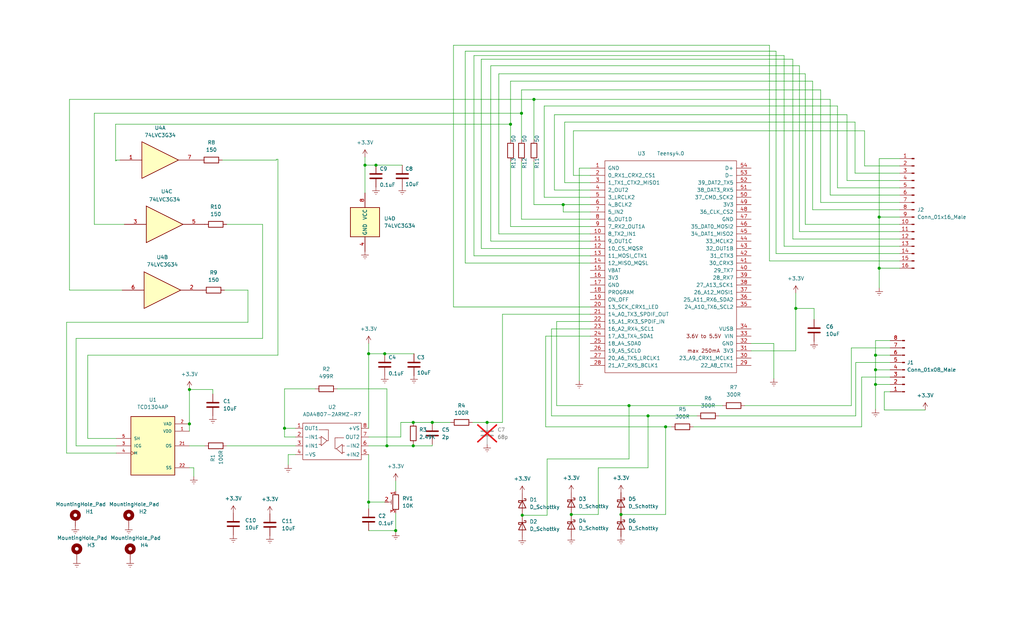
<source format=kicad_sch>
(kicad_sch (version 20231120) (generator "eeschema") (generator_version "8.0")
  (paper "USLegal")
  (title_block (title "TCD1304 All-in-One") (date "2024-12-23") (rev "2c") (company "Dr M C Nelson (c) 2023, 2024"))
  (lib_symbols
    (symbol "74xGxx:74LVC3G34"
      (property "Reference" "U" (at -2.54 7.62 0))
      (property "Value" "74LVC3G34" (at 1.27 -7.62 0))
      (symbol "74LVC3G34_1_1"
        (pin input line (at -15.24 0 0) (length 7.62) (name "~") (number "1"))
        (pin output line (at 12.7 0 180) (length 7.62) (name "~") (number "7"))
      )
      (symbol "74LVC3G34_2_1"
        (pin output line (at 12.7 0 180) (length 7.62) (name "~") (number "2"))
        (pin input line (at -15.24 0 0) (length 7.62) (name "~") (number "6"))
      )
      (symbol "74LVC3G34_3_1"
        (pin input line (at -15.24 0 0) (length 7.62) (name "~") (number "3"))
        (pin output line (at 12.7 0 180) (length 7.62) (name "~") (number "5"))
      )
      (symbol "74LVC3G34_4_1"
        (pin power_in line (at 0 -10.16 90) (length 5.08) (name "GND") (number "4"))
        (pin power_in line (at 0 10.16 270) (length 5.08) (name "VCC") (number "8"))
      )
    )
    (symbol "ADA4896-2:ADA4896-2"
      (property "Reference" "U" (at 0 5.08 0))
      (property "Value" "ADA4896-2" (at 0.508 7.874 0))
      (symbol "ADA4896-2_0_1"
        (pin output line (at -12.7 4.572 0) (length 2.54) (name "OUT1") (number "1"))
        (pin input line (at -12.7 1.524 0) (length 2.54) (name "-IN1") (number "2"))
        (pin input line (at -12.7 -1.524 0) (length 2.54) (name "+IN1") (number "3"))
        (pin power_in line (at -12.7 -4.572 0) (length 2.54) (name "-VS") (number "4"))
        (pin input line (at 12.7 -4.572 180) (length 2.54) (name "+IN2") (number "5"))
        (pin input line (at 12.7 -1.524 180) (length 2.54) (name "-IN2") (number "6"))
        (pin output line (at 12.7 1.524 180) (length 2.54) (name "OUT2") (number "7"))
        (pin power_in line (at 12.7 4.572 180) (length 2.54) (name "+VS") (number "8"))
      )
    )
    (symbol "Connector:Conn_01x08_Male" (pin_names (offset 1.016) hide)
      (property "Reference" "J" (at 0 10.16 0))
      (property "Value" "Conn_01x08_Male" (at 0 -12.7 0))
      (symbol "Conn_01x08_Male_1_1"
        (pin passive line (at 5.08 7.62 180) (length 3.81) (name "Pin_1") (number "1"))
        (pin passive line (at 5.08 5.08 180) (length 3.81) (name "Pin_2") (number "2"))
        (pin passive line (at 5.08 2.54 180) (length 3.81) (name "Pin_3") (number "3"))
        (pin passive line (at 5.08 0 180) (length 3.81) (name "Pin_4") (number "4"))
        (pin passive line (at 5.08 -2.54 180) (length 3.81) (name "Pin_5") (number "5"))
        (pin passive line (at 5.08 -5.08 180) (length 3.81) (name "Pin_6") (number "6"))
        (pin passive line (at 5.08 -7.62 180) (length 3.81) (name "Pin_7") (number "7"))
        (pin passive line (at 5.08 -10.16 180) (length 3.81) (name "Pin_8") (number "8"))
      )
    )
    (symbol "Connector:Conn_01x16_Male" (pin_names (offset 1.016) hide)
      (property "Reference" "J" (at 0 20.32 0))
      (property "Value" "Conn_01x16_Male" (at 0 -22.86 0))
      (symbol "Conn_01x16_Male_1_1"
        (pin passive line (at 5.08 17.78 180) (length 3.81) (name "Pin_1") (number "1"))
        (pin passive line (at 5.08 -5.08 180) (length 3.81) (name "Pin_10") (number "10"))
        (pin passive line (at 5.08 -7.62 180) (length 3.81) (name "Pin_11") (number "11"))
        (pin passive line (at 5.08 -10.16 180) (length 3.81) (name "Pin_12") (number "12"))
        (pin passive line (at 5.08 -12.7 180) (length 3.81) (name "Pin_13") (number "13"))
        (pin passive line (at 5.08 -15.24 180) (length 3.81) (name "Pin_14") (number "14"))
        (pin passive line (at 5.08 -17.78 180) (length 3.81) (name "Pin_15") (number "15"))
        (pin passive line (at 5.08 -20.32 180) (length 3.81) (name "Pin_16") (number "16"))
        (pin passive line (at 5.08 15.24 180) (length 3.81) (name "Pin_2") (number "2"))
        (pin passive line (at 5.08 12.7 180) (length 3.81) (name "Pin_3") (number "3"))
        (pin passive line (at 5.08 10.16 180) (length 3.81) (name "Pin_4") (number "4"))
        (pin passive line (at 5.08 7.62 180) (length 3.81) (name "Pin_5") (number "5"))
        (pin passive line (at 5.08 5.08 180) (length 3.81) (name "Pin_6") (number "6"))
        (pin passive line (at 5.08 2.54 180) (length 3.81) (name "Pin_7") (number "7"))
        (pin passive line (at 5.08 0 180) (length 3.81) (name "Pin_8") (number "8"))
        (pin passive line (at 5.08 -2.54 180) (length 3.81) (name "Pin_9") (number "9"))
      )
    )
    (symbol "D_Schottky_1" (pin_numbers hide) (pin_names (offset 1.016) hide)
      (property "Reference" "D?" (at -1.5876 2.54 90))
      (property "Value" "D_Schottky" (at 0.9524 2.54 90))
      (symbol "D_Schottky_1_1_1"
        (pin passive line (at -3.81 0 0) (length 2.54) (name "K") (number "1"))
        (pin passive line (at 3.81 0 180) (length 2.54) (name "A") (number "2"))
      )
    )
    (symbol "Device:C" (pin_numbers hide) (pin_names (offset 0.254))
      (property "Reference" "C" (at 0.635 2.54 0))
      (property "Value" "C" (at 0.635 -2.54 0))
      (symbol "C_1_1"
        (pin passive line (at 0 3.81 270) (length 2.794) (name "~") (number "1"))
        (pin passive line (at 0 -3.81 90) (length 2.794) (name "~") (number "2"))
      )
    )
    (symbol "Device:R" (pin_numbers hide) (pin_names (offset 0))
      (property "Reference" "R" (at 2.032 0 90))
      (property "Value" "R" (at 0 0 90))
      (symbol "R_1_1"
        (pin passive line (at 0 3.81 270) (length 1.27) (name "~") (number "1"))
        (pin passive line (at 0 -3.81 90) (length 1.27) (name "~") (number "2"))
      )
    )
    (symbol "Device:R_Potentiometer_Trim" (pin_names (offset 1.016) hide)
      (property "Reference" "RV" (at -4.445 0 90))
      (property "Value" "R_Potentiometer_Trim" (at -2.54 0 90))
      (symbol "R_Potentiometer_Trim_1_1"
        (pin passive line (at 0 3.81 270) (length 1.27) (name "1") (number "1"))
        (pin passive line (at 3.81 0 180) (length 1.27) (name "2") (number "2"))
        (pin passive line (at 0 -3.81 90) (length 1.27) (name "3") (number "3"))
      )
    )
    (symbol "Mechanical:MountingHole_Pad" (pin_numbers hide) (pin_names (offset 1.016) hide) (exclude_from_sim yes) (in_bom no)
      (property "Reference" "H" (at 0 6.35 0))
      (property "Value" "MountingHole_Pad" (at 0 4.445 0))
      (symbol "MountingHole_Pad_1_1"
        (pin input line (at 0 -2.54 90) (length 2.54) (name "1") (number "1"))
      )
    )
    (symbol "TCD1304AP:TCD1304AP" (pin_names (offset 1.016))
      (property "Reference" "U" (at -7.6308 10.6831 0))
      (property "Value" "TCD1304AP" (at -7.636 -12.7267 0))
      (symbol "TCD1304AP_0_0"
        (pin power_in line (at 12.7 5.08 180) (length 5.08) (name "VDD") (number "1"))
        (pin power_in line (at 12.7 7.62 180) (length 5.08) (name "VAD") (number "2"))
        (pin output line (at 12.7 0 180) (length 5.08) (name "OS") (number "21"))
        (pin power_in line (at 12.7 -7.62 180) (length 5.08) (name "SS") (number "22"))
        (pin input line (at -12.7 0 0) (length 5.08) (name "ICG") (number "3"))
        (pin input clock (at -12.7 -2.54 0) (length 5.08) (name "M") (number "4"))
        (pin input line (at -12.7 2.54 0) (length 5.08) (name "SH") (number "5"))
      )
    )
    (symbol "Teensy:Teensy4.0" (pin_names (offset 1.016))
      (property "Reference" "U" (at 0 39.37 0))
      (property "Value" "Teensy4.0" (at 0 -39.37 0))
      (symbol "Teensy4.0_0_0"
        (text "3.6V to 5.5V" (at 11.43 -24.13 0) (effects (font (size 1.27 1.27))))
        (text "max 250mA" (at 11.43 -29.21 0) (effects (font (size 1.27 1.27))))
        (pin bidirectional line (at -27.94 11.43 0) (length 5.08) (name "8_TX2_IN1") (number "10"))
        (pin bidirectional line (at -27.94 8.89 0) (length 5.08) (name "9_OUT1C") (number "11"))
        (pin bidirectional line (at -27.94 6.35 0) (length 5.08) (name "10_CS_MQSR") (number "12"))
        (pin bidirectional line (at -27.94 3.81 0) (length 5.08) (name "11_MOSI_CTX1") (number "13"))
        (pin bidirectional line (at -27.94 1.27 0) (length 5.08) (name "12_MISO_MQSL") (number "14"))
        (pin power_in line (at -27.94 -1.27 0) (length 5.08) (name "VBAT") (number "15"))
        (pin power_in line (at -27.94 -3.81 0) (length 5.08) (name "3V3") (number "16"))
        (pin power_in line (at -27.94 -6.35 0) (length 5.08) (name "GND") (number "17"))
        (pin input line (at -27.94 -8.89 0) (length 5.08) (name "PROGRAM") (number "18"))
        (pin input line (at -27.94 -11.43 0) (length 5.08) (name "ON_OFF") (number "19"))
        (pin bidirectional line (at -27.94 -13.97 0) (length 5.08) (name "13_SCK_CRX1_LED") (number "20"))
        (pin bidirectional line (at -27.94 -16.51 0) (length 5.08) (name "14_A0_TX3_SPDIF_OUT") (number "21"))
        (pin bidirectional line (at -27.94 -19.05 0) (length 5.08) (name "15_A1_RX3_SPDIF_IN") (number "22"))
        (pin bidirectional line (at -27.94 -21.59 0) (length 5.08) (name "16_A2_RX4_SCL1") (number "23"))
        (pin bidirectional line (at -27.94 -24.13 0) (length 5.08) (name "17_A3_TX4_SDA1") (number "24"))
        (pin bidirectional line (at -27.94 -26.67 0) (length 5.08) (name "18_A4_SDA0") (number "25"))
        (pin bidirectional line (at -27.94 -29.21 0) (length 5.08) (name "19_A5_SCL0") (number "26"))
        (pin bidirectional line (at -27.94 -31.75 0) (length 5.08) (name "20_A6_TX5_LRCLK1") (number "27"))
        (pin bidirectional line (at -27.94 -34.29 0) (length 5.08) (name "21_A7_RX5_BCLK1") (number "28"))
        (pin bidirectional line (at 27.94 -34.29 180) (length 5.08) (name "22_A8_CTX1") (number "29"))
        (pin bidirectional line (at 27.94 -31.75 180) (length 5.08) (name "23_A9_CRX1_MCLK1") (number "30"))
        (pin power_out line (at 27.94 -29.21 180) (length 5.08) (name "3V3") (number "31"))
        (pin power_in line (at 27.94 -26.67 180) (length 5.08) (name "GND") (number "32"))
        (pin power_in line (at 27.94 -24.13 180) (length 5.08) (name "VIN") (number "33"))
        (pin power_out line (at 27.94 -21.59 180) (length 5.08) (name "VUSB") (number "34"))
        (pin bidirectional line (at 27.94 -13.97 180) (length 5.08) (name "24_A10_TX6_SCL2") (number "35"))
        (pin bidirectional line (at 27.94 -11.43 180) (length 5.08) (name "25_A11_RX6_SDA2") (number "36"))
        (pin bidirectional line (at 27.94 -8.89 180) (length 5.08) (name "26_A12_MOSI1") (number "37"))
        (pin bidirectional line (at 27.94 -6.35 180) (length 5.08) (name "27_A13_SCK1") (number "38"))
        (pin bidirectional line (at 27.94 -3.81 180) (length 5.08) (name "28_RX7") (number "39"))
        (pin bidirectional line (at 27.94 -1.27 180) (length 5.08) (name "29_TX7") (number "40"))
        (pin bidirectional line (at 27.94 1.27 180) (length 5.08) (name "30_CRX3") (number "41"))
        (pin bidirectional line (at 27.94 3.81 180) (length 5.08) (name "31_CTX3") (number "42"))
        (pin bidirectional line (at 27.94 6.35 180) (length 5.08) (name "32_OUT1B") (number "43"))
        (pin bidirectional line (at 27.94 8.89 180) (length 5.08) (name "33_MCLK2") (number "44"))
        (pin bidirectional line (at 27.94 11.43 180) (length 5.08) (name "34_DAT1_MISO2") (number "45"))
        (pin bidirectional line (at 27.94 13.97 180) (length 5.08) (name "35_DAT0_MOSI2") (number "46"))
        (pin power_out line (at 27.94 16.51 180) (length 5.08) (name "GND") (number "47"))
        (pin bidirectional line (at 27.94 19.05 180) (length 5.08) (name "36_CLK_CS2") (number "48"))
        (pin power_out line (at 27.94 21.59 180) (length 5.08) (name "3V3") (number "49"))
        (pin bidirectional line (at -27.94 24.13 0) (length 5.08) (name "3_LRCLK2") (number "5"))
        (pin bidirectional line (at 27.94 24.13 180) (length 5.08) (name "37_CMD_SCK2") (number "50"))
        (pin bidirectional line (at 27.94 26.67 180) (length 5.08) (name "38_DAT3_RX5") (number "51"))
        (pin bidirectional line (at 27.94 29.21 180) (length 5.08) (name "39_DAT2_TX5") (number "52"))
        (pin bidirectional line (at 27.94 31.75 180) (length 5.08) (name "D-") (number "53"))
        (pin bidirectional line (at 27.94 34.29 180) (length 5.08) (name "D+") (number "54"))
        (pin bidirectional line (at -27.94 21.59 0) (length 5.08) (name "4_BCLK2") (number "6"))
        (pin bidirectional line (at -27.94 19.05 0) (length 5.08) (name "5_IN2") (number "7"))
        (pin bidirectional line (at -27.94 16.51 0) (length 5.08) (name "6_OUT1D") (number "8"))
        (pin bidirectional line (at -27.94 13.97 0) (length 5.08) (name "7_RX2_OUT1A") (number "9"))
      )
      (symbol "Teensy4.0_1_1"
        (pin power_in line (at -27.94 34.29 0) (length 5.08) (name "GND") (number "1"))
        (pin bidirectional line (at -27.94 31.75 0) (length 5.08) (name "0_RX1_CRX2_CS1") (number "2"))
        (pin bidirectional line (at -27.94 29.21 0) (length 5.08) (name "1_TX1_CTX2_MISO1") (number "3"))
        (pin bidirectional line (at -27.94 26.67 0) (length 5.08) (name "2_OUT2") (number "4"))
      )
    )
    (symbol "power:+3.3V" (power) (pin_names (offset 0))
      (property "Value" "+3.3V" (at 0 3.556 0))
      (symbol "+3.3V_1_1"
        (pin power_in line (at 0 0 90) (length 0) hide (name "+3.3V") (number "1"))
      )
    )
    (symbol "power:Earth" (power) (pin_names (offset 0))
      (symbol "Earth_1_1"
        (pin power_in line (at 0 0 270) (length 0) hide (name "Earth") (number "1"))
      )
    )
  )
  (junction (at 143.51 146.812))
  (junction (at 304.038 123.444))
  (junction (at 177.292 43.18))
  (junction (at 169.164 146.812))
  (junction (at 305.308 75.438))
  (junction (at 276.352 107.188))
  (junction (at 128.016 174.498))
  (junction (at 133.604 122.936))
  (junction (at 195.58 71.12))
  (junction (at 181.356 179.07))
  (junction (at 225.044 144.526))
  (junction (at 198.374 178.816))
  (junction (at 218.44 140.97))
  (junction (at 150.114 146.812))
  (junction (at 304.038 133.604))
  (junction (at 98.806 148.844))
  (junction (at 130.556 57.404))
  (junction (at 126.746 57.404))
  (junction (at 134.366 154.94))
  (junction (at 181.102 39.37))
  (junction (at 215.646 178.816))
  (junction (at 143.51 154.94))
  (junction (at 128.016 122.936))
  (junction (at 65.786 135.382))
  (junction (at 185.42 34.544))
  (junction (at 231.14 148.336))
  (junction (at 305.308 93.218))
  (junction (at 137.414 184.404))
  (junction (at 65.786 147.32))
  (junction (at 304.038 128.524))
  (wire (pts (xy 277.622 80.518) (xy 312.42 80.518)))
  (wire (pts (xy 67.31 162.56) (xy 67.31 165.608)))
  (wire (pts (xy 164.084 146.812) (xy 169.164 146.812)))
  (wire (pts (xy 100.076 161.544) (xy 100.076 157.988)))
  (wire (pts (xy 198.374 178.816) (xy 207.772 178.816)))
  (wire (pts (xy 312.42 85.598) (xy 272.288 85.598)))
  (wire (pts (xy 304.038 118.364) (xy 309.118 118.364)))
  (wire (pts (xy 304.038 123.444) (xy 309.118 123.444)))
  (wire (pts (xy 134.366 154.94) (xy 128.016 154.94)))
  (wire (pts (xy 260.858 121.92) (xy 276.352 121.92)))
  (wire (pts (xy 312.42 65.278) (xy 290.83 65.278)))
  (wire (pts (xy 189.992 159.512) (xy 189.992 179.07)))
  (wire (pts (xy 294.132 39.878) (xy 294.132 62.738)))
  (wire (pts (xy 102.616 154.94) (xy 78.74 154.94)))
  (wire (pts (xy 40.386 157.48) (xy 23.114 157.48)))
  (wire (pts (xy 290.83 65.278) (xy 290.83 36.83)))
  (wire (pts (xy 249.682 144.526) (xy 297.18 144.526)))
  (wire (pts (xy 65.786 135.128) (xy 65.786 135.382)))
  (wire (pts (xy 128.016 174.498) (xy 128.016 157.988)))
  (wire (pts (xy 231.14 148.336) (xy 189.484 148.336)))
  (wire (pts (xy 204.978 88.9) (xy 164.592 88.9)))
  (wire (pts (xy 204.978 66.04) (xy 192.532 66.04)))
  (wire (pts (xy 181.102 56.134) (xy 181.102 76.2)))
  (wire (pts (xy 305.308 75.438) (xy 305.308 93.218)))
  (wire (pts (xy 297.18 144.526) (xy 297.18 125.984)))
  (wire (pts (xy 279.654 25.654) (xy 279.654 77.978)))
  (wire (pts (xy 204.978 76.2) (xy 181.102 76.2)))
  (wire (pts (xy 196.088 63.5) (xy 204.978 63.5)))
  (wire (pts (xy 276.352 107.188) (xy 276.352 101.854)))
  (wire (pts (xy 312.42 88.138) (xy 269.494 88.138)))
  (wire (pts (xy 150.114 154.94) (xy 150.114 154.432)))
  (wire (pts (xy 275.336 20.574) (xy 167.132 20.574)))
  (wire (pts (xy 73.914 136.906) (xy 73.914 135.382)))
  (wire (pts (xy 204.978 114.3) (xy 191.516 114.3)))
  (wire (pts (xy 169.164 146.812) (xy 174.498 146.812)))
  (wire (pts (xy 296.926 60.198) (xy 296.926 42.418)))
  (wire (pts (xy 312.42 55.118) (xy 305.308 55.118)))
  (wire (pts (xy 181.102 31.242) (xy 284.988 31.242)))
  (wire (pts (xy 98.806 135.128) (xy 98.806 148.844)))
  (wire (pts (xy 189.484 116.84) (xy 204.978 116.84)))
  (wire (pts (xy 40.386 55.88) (xy 40.386 55.626)))
  (wire (pts (xy 299.212 148.336) (xy 240.792 148.336)))
  (wire (pts (xy 305.308 55.118) (xy 305.308 75.438)))
  (wire (pts (xy 282.194 72.898) (xy 282.194 28.194)))
  (wire (pts (xy 267.208 15.748) (xy 267.208 90.678)))
  (wire (pts (xy 294.132 62.738) (xy 312.42 62.738)))
  (wire (pts (xy 65.786 147.32) (xy 65.786 149.86)))
  (wire (pts (xy 215.646 178.816) (xy 231.14 178.816)))
  (wire (pts (xy 133.604 174.498) (xy 128.016 174.498)))
  (wire (pts (xy 304.038 128.524) (xy 304.038 123.444)))
  (wire (pts (xy 164.592 19.304) (xy 164.592 88.9)))
  (wire (pts (xy 277.622 22.86) (xy 277.622 80.518)))
  (wire (pts (xy 96.012 55.372) (xy 96.012 55.626)))
  (wire (pts (xy 170.434 83.82) (xy 170.434 22.86)))
  (wire (pts (xy 139.192 146.812) (xy 143.51 146.812)))
  (wire (pts (xy 312.42 90.678) (xy 267.208 90.678)))
  (wire (pts (xy 161.544 17.78) (xy 269.494 17.78)))
  (wire (pts (xy 305.308 93.218) (xy 312.42 93.218)))
  (wire (pts (xy 275.336 20.574) (xy 275.336 83.058)))
  (wire (pts (xy 98.806 151.892) (xy 98.806 148.844)))
  (wire (pts (xy 204.978 81.28) (xy 173.228 81.28)))
  (wire (pts (xy 26.416 117.602) (xy 26.416 154.94)))
  (wire (pts (xy 304.038 133.604) (xy 309.118 133.604)))
  (wire (pts (xy 300.228 57.658) (xy 312.42 57.658)))
  (wire (pts (xy 102.616 151.892) (xy 98.806 151.892)))
  (wire (pts (xy 24.13 34.544) (xy 185.42 34.544)))
  (wire (pts (xy 288.29 67.818) (xy 312.42 67.818)))
  (wire (pts (xy 304.038 128.524) (xy 309.118 128.524)))
  (wire (pts (xy 30.48 123.444) (xy 30.48 152.4)))
  (wire (pts (xy 297.18 125.984) (xy 309.118 125.984)))
  (wire (pts (xy 32.766 39.37) (xy 32.766 77.978)))
  (wire (pts (xy 307.086 142.494) (xy 321.31 142.494)))
  (wire (pts (xy 86.106 112.014) (xy 23.114 112.014)))
  (wire (pts (xy 167.132 20.574) (xy 167.132 86.36)))
  (wire (pts (xy 188.976 68.58) (xy 204.978 68.58)))
  (wire (pts (xy 128.016 122.936) (xy 128.016 148.844)))
  (wire (pts (xy 96.52 123.444) (xy 30.48 123.444)))
  (wire (pts (xy 126.746 54.61) (xy 126.746 57.404)))
  (wire (pts (xy 272.288 19.304) (xy 164.592 19.304)))
  (wire (pts (xy 295.656 140.97) (xy 258.572 140.97)))
  (wire (pts (xy 181.102 39.37) (xy 181.102 48.514)))
  (wire (pts (xy 177.292 28.194) (xy 177.292 43.18)))
  (wire (pts (xy 295.656 120.904) (xy 295.656 140.97)))
  (wire (pts (xy 167.132 86.36) (xy 204.978 86.36)))
  (wire (pts (xy 282.702 107.188) (xy 276.352 107.188)))
  (wire (pts (xy 191.516 144.526) (xy 225.044 144.526)))
  (wire (pts (xy 177.292 43.18) (xy 177.292 48.514)))
  (wire (pts (xy 177.292 78.74) (xy 204.978 78.74)))
  (wire (pts (xy 304.038 133.604) (xy 304.038 128.524)))
  (wire (pts (xy 91.186 77.978) (xy 91.186 117.602)))
  (wire (pts (xy 40.132 55.88) (xy 40.386 55.88)))
  (wire (pts (xy 192.532 39.878) (xy 294.132 39.878)))
  (wire (pts (xy 185.42 56.134) (xy 185.42 71.12)))
  (wire (pts (xy 42.418 100.838) (xy 24.13 100.838)))
  (wire (pts (xy 199.136 60.96) (xy 199.136 45.466)))
  (wire (pts (xy 137.414 178.308) (xy 137.414 184.404)))
  (wire (pts (xy 40.386 55.626) (xy 41.656 55.626)))
  (wire (pts (xy 77.978 100.838) (xy 86.106 100.838)))
  (wire (pts (xy 30.48 152.4) (xy 40.386 152.4)))
  (wire (pts (xy 134.366 135.128) (xy 134.366 154.94)))
  (wire (pts (xy 185.42 34.544) (xy 185.42 48.514)))
  (wire (pts (xy 143.51 154.432) (xy 143.51 154.94)))
  (wire (pts (xy 268.732 119.38) (xy 268.732 131.572)))
  (wire (pts (xy 91.186 77.978) (xy 78.74 77.978)))
  (wire (pts (xy 177.292 56.134) (xy 177.292 78.74)))
  (wire (pts (xy 272.288 19.304) (xy 272.288 85.598)))
  (wire (pts (xy 204.978 83.82) (xy 170.434 83.82)))
  (wire (pts (xy 43.18 77.978) (xy 32.766 77.978)))
  (wire (pts (xy 288.29 34.544) (xy 288.29 67.818)))
  (wire (pts (xy 143.764 122.936) (xy 133.604 122.936)))
  (wire (pts (xy 193.294 140.97) (xy 193.294 111.76)))
  (wire (pts (xy 312.42 72.898) (xy 282.194 72.898)))
  (wire (pts (xy 26.416 154.94) (xy 40.386 154.94)))
  (wire (pts (xy 137.414 184.404) (xy 137.414 184.912)))
  (wire (pts (xy 193.294 111.76) (xy 204.978 111.76)))
  (wire (pts (xy 117.094 135.128) (xy 134.366 135.128)))
  (wire (pts (xy 181.102 39.37) (xy 181.102 31.242)))
  (wire (pts (xy 296.926 42.418) (xy 196.088 42.418)))
  (wire (pts (xy 130.556 57.404) (xy 139.7 57.404)))
  (wire (pts (xy 65.786 154.94) (xy 71.12 154.94)))
  (wire (pts (xy 196.088 42.418) (xy 196.088 63.5)))
  (wire (pts (xy 290.83 36.83) (xy 188.976 36.83)))
  (wire (pts (xy 312.42 60.198) (xy 296.926 60.198)))
  (wire (pts (xy 143.51 154.94) (xy 150.114 154.94)))
  (wire (pts (xy 23.114 112.014) (xy 23.114 157.48)))
  (wire (pts (xy 126.746 57.404) (xy 130.556 57.404)))
  (wire (pts (xy 128.016 184.404) (xy 137.414 184.404)))
  (wire (pts (xy 305.308 93.218) (xy 305.308 100.076)))
  (wire (pts (xy 161.544 91.44) (xy 161.544 17.78)))
  (wire (pts (xy 32.766 39.37) (xy 181.102 39.37)))
  (wire (pts (xy 188.976 36.83) (xy 188.976 68.58)))
  (wire (pts (xy 225.044 162.56) (xy 207.772 162.56)))
  (wire (pts (xy 96.52 55.372) (xy 96.52 123.444)))
  (wire (pts (xy 204.978 71.12) (xy 195.58 71.12)))
  (wire (pts (xy 307.086 136.144) (xy 307.086 142.494)))
  (wire (pts (xy 195.58 71.12) (xy 195.58 73.66)))
  (wire (pts (xy 96.012 55.626) (xy 77.216 55.626)))
  (wire (pts (xy 199.136 45.466) (xy 300.228 45.466)))
  (wire (pts (xy 300.228 45.466) (xy 300.228 57.658)))
  (wire (pts (xy 204.978 91.44) (xy 161.544 91.44)))
  (wire (pts (xy 65.786 162.56) (xy 67.31 162.56)))
  (wire (pts (xy 195.58 73.66) (xy 204.978 73.66)))
  (wire (pts (xy 150.114 146.812) (xy 156.464 146.812)))
  (wire (pts (xy 282.702 107.188) (xy 282.702 110.998)))
  (wire (pts (xy 225.044 144.526) (xy 242.062 144.526)))
  (wire (pts (xy 207.772 162.56) (xy 207.772 178.816)))
  (wire (pts (xy 86.106 100.838) (xy 86.106 112.014)))
  (wire (pts (xy 143.51 146.812) (xy 150.114 146.812)))
  (wire (pts (xy 282.194 28.194) (xy 177.292 28.194)))
  (wire (pts (xy 279.654 77.978) (xy 312.42 77.978)))
  (wire (pts (xy 304.038 133.604) (xy 304.038 142.24)))
  (wire (pts (xy 174.498 146.812) (xy 174.498 109.22)))
  (wire (pts (xy 309.118 136.144) (xy 307.086 136.144)))
  (wire (pts (xy 139.192 151.892) (xy 139.192 146.812)))
  (wire (pts (xy 157.48 106.68) (xy 204.978 106.68)))
  (wire (pts (xy 109.474 135.128) (xy 98.806 135.128)))
  (wire (pts (xy 193.294 140.97) (xy 218.44 140.97)))
  (wire (pts (xy 173.228 25.654) (xy 279.654 25.654)))
  (wire (pts (xy 26.416 117.602) (xy 91.186 117.602)))
  (wire (pts (xy 218.44 140.97) (xy 218.44 159.512)))
  (wire (pts (xy 299.212 131.064) (xy 309.118 131.064)))
  (wire (pts (xy 233.172 148.336) (xy 231.14 148.336)))
  (wire (pts (xy 181.356 179.07) (xy 189.992 179.07)))
  (wire (pts (xy 284.988 31.242) (xy 284.988 70.358)))
  (wire (pts (xy 174.498 109.22) (xy 204.978 109.22)))
  (wire (pts (xy 204.978 60.96) (xy 199.136 60.96)))
  (wire (pts (xy 260.858 119.38) (xy 268.732 119.38)))
  (wire (pts (xy 299.212 131.064) (xy 299.212 148.336)))
  (wire (pts (xy 128.016 174.498) (xy 128.016 176.784)))
  (wire (pts (xy 250.952 140.97) (xy 218.44 140.97)))
  (wire (pts (xy 191.516 114.3) (xy 191.516 144.526)))
  (wire (pts (xy 40.132 43.18) (xy 177.292 43.18)))
  (wire (pts (xy 24.13 34.544) (xy 24.13 100.838)))
  (wire (pts (xy 192.532 66.04) (xy 192.532 39.878)))
  (wire (pts (xy 157.48 15.748) (xy 267.208 15.748)))
  (wire (pts (xy 170.434 22.86) (xy 277.622 22.86)))
  (wire (pts (xy 128.016 119.38) (xy 128.016 122.936)))
  (wire (pts (xy 73.914 135.382) (xy 65.786 135.382)))
  (wire (pts (xy 276.352 121.92) (xy 276.352 107.188)))
  (wire (pts (xy 231.14 148.336) (xy 231.14 178.816)))
  (wire (pts (xy 128.016 151.892) (xy 139.192 151.892)))
  (wire (pts (xy 309.118 120.904) (xy 295.656 120.904)))
  (wire (pts (xy 157.48 106.68) (xy 157.48 15.748)))
  (wire (pts (xy 201.168 132.334) (xy 201.168 58.42)))
  (wire (pts (xy 185.42 71.12) (xy 195.58 71.12)))
  (wire (pts (xy 189.992 159.512) (xy 218.44 159.512)))
  (wire (pts (xy 65.786 135.382) (xy 65.786 147.32)))
  (wire (pts (xy 201.168 58.42) (xy 204.978 58.42)))
  (wire (pts (xy 275.336 83.058) (xy 312.42 83.058)))
  (wire (pts (xy 40.132 43.18) (xy 40.132 55.88)))
  (wire (pts (xy 98.806 148.844) (xy 102.616 148.844)))
  (wire (pts (xy 269.494 17.78) (xy 269.494 88.138)))
  (wire (pts (xy 128.016 122.936) (xy 133.604 122.936)))
  (wire (pts (xy 284.988 70.358) (xy 312.42 70.358)))
  (wire (pts (xy 137.414 167.132) (xy 137.414 170.688)))
  (wire (pts (xy 126.746 57.404) (xy 126.746 67.056)))
  (wire (pts (xy 225.044 144.526) (xy 225.044 162.56)))
  (wire (pts (xy 189.484 148.336) (xy 189.484 116.84)))
  (wire (pts (xy 305.308 75.438) (xy 312.42 75.438)))
  (wire (pts (xy 134.366 154.94) (xy 143.51 154.94)))
  (wire (pts (xy 185.42 34.544) (xy 288.29 34.544)))
  (wire (pts (xy 304.038 123.444) (xy 304.038 118.364)))
  (wire (pts (xy 173.228 81.28) (xy 173.228 25.654)))
  (wire (pts (xy 100.076 157.988) (xy 102.616 157.988)))
  (wire (pts (xy 96.012 55.372) (xy 96.52 55.372)))
  (symbol (lib_id "power:Earth") (at 305.308 100.076 0) (mirror y) (unit 1)
    (property "Reference" "#PWR020" (effects (hide yes)))
    (property "Value" "Earth" (effects (hide yes)))
  )
  (symbol (lib_id "Mechanical:MountingHole_Pad") (at 26.67 192.024 0) (unit 1) (exclude_from_sim yes) (in_bom no)
    (property "Reference" "H3" (at 30.226 189.4839 0) (effects (justify left)))
    (property "Value" "MountingHole_Pad" (at 19.812 186.944 0) (effects (justify left)))
    (property "Footprint" "MountingHole:MountingHole_3.2mm_M3_DIN965_Pad" (effects (hide yes)))
    (property "Description" "Mounting Hole with connection" (effects (hide yes)))
  )
  (symbol (lib_id "power:+3.3V") (at 93.726 178.562 0) (unit 1)
    (property "Reference" "#PWR033" (effects (hide yes)))
    (property "Value" "+3.3V" (at 93.726 173.482 0))
  )
  (symbol (lib_id "Device:R") (at 74.93 154.94 90) (unit 1)
    (property "Reference" "R1" (at 73.914 160.528 0) (effects (justify left)))
    (property "Value" "100R" (at 76.708 161.544 0) (effects (justify left)))
    (property "Footprint" "Resistor_SMD:R_0603_1608Metric" (effects (hide yes)))
    (property "Description" "RES 100 OHM 1% 1/8W 0603" (effects (hide yes)))
    (property "Digikey" "2019-RK73H1JTTD1000FCT-ND" (effects (hide yes)))
  )
  (symbol (lib_id "ADA4896-2:ADA4896-2") (at 115.316 153.416 0) (unit 1)
    (property "Reference" "U2" (at 115.316 141.478 0))
    (property "Value" "ADA4807-2ARMZ-R7" (at 115.316 144.018 0))
    (property "Footprint" "Package_SO:MSOP-8_3x3mm_P0.65mm" (effects (hide yes)))
    (property "Description" "IC VOLTAGE FEEDBACK 2 CIRC 8MSOP" (effects (hide yes)))
    (property "Digikey" "ADA4807-2ARMZ-R7CT-ND" (effects (hide yes)))
  )
  (symbol (lib_id "74xGxx:74LVC3G34") (at 57.658 100.838 0) (unit 2)
    (property "Reference" "U4" (at 56.388 89.408 0))
    (property "Value" "74LVC3G34" (at 56.388 91.948 0))
    (property "Footprint" "Package_SO:TSSOP-8_4.4x3mm_P0.65mm" (effects (hide yes)))
    (property "Datasheet" "http://www.ti.com/lit/sg/scyt129e/scyt129e.pdf" (effects (hide yes)))
    (property "Description" "Triple Buffer, Low-Voltage CMOS" (effects (hide yes)))
    (property "Digikey" "1727-6685-1-ND" (effects (hide yes)))
  )
  (symbol (lib_id "Device:C") (at 282.702 114.808 0) (unit 1)
    (property "Reference" "C6" (at 286.766 113.5379 0) (effects (justify left)))
    (property "Value" "10uF" (at 286.766 116.0779 0) (effects (justify left)))
    (property "Footprint" "Capacitor_SMD:C_0603_1608Metric" (effects (hide yes)))
    (property "Description" "CAP CER 10UF 16V X5R 0603" (effects (hide yes)))
    (property "Digikey" "490-12317-1-ND" (effects (hide yes)))
  )
  (symbol (lib_id "Device:R") (at 113.284 135.128 90) (unit 1)
    (property "Reference" "R2" (at 113.284 128.27 90))
    (property "Value" "499R" (at 113.284 130.81 90))
    (property "Footprint" "Resistor_SMD:R_0603_1608Metric" (effects (hide yes)))
    (property "Description" "RES 499 OHM 1% 1/8W 0603" (effects (hide yes)))
    (property "Digikey" "2019-RK73H1JTTD4990FCT-ND" (effects (hide yes)))
  )
  (symbol (lib_id "power:Earth") (at 201.168 132.334 0) (mirror y) (unit 1)
    (property "Reference" "#PWR013" (effects (hide yes)))
    (property "Value" "Earth" (effects (hide yes)))
  )
  (symbol (lib_id "Device:C") (at 73.914 140.716 0) (unit 1)
    (property "Reference" "C1" (at 77.47 139.4459 0) (effects (justify left)))
    (property "Value" "10uF" (at 77.47 141.9859 0) (effects (justify left)))
    (property "Footprint" "Capacitor_SMD:C_0603_1608Metric" (effects (hide yes)))
    (property "Description" "CAP CER 10UF 16V X5R 0603" (effects (hide yes)))
    (property "Digikey" "490-12317-1-ND" (effects (hide yes)))
  )
  (symbol (lib_id "power:Earth") (at 137.414 184.912 0) (mirror y) (unit 1)
    (property "Reference" "#PWR08" (effects (hide yes)))
    (property "Value" "Earth" (effects (hide yes)))
  )
  (symbol (lib_id "Mechanical:MountingHole_Pad") (at 44.704 180.34 0) (unit 1) (exclude_from_sim yes) (in_bom no)
    (property "Reference" "H2" (at 48.26 177.7999 0) (effects (justify left)))
    (property "Value" "MountingHole_Pad" (at 37.846 175.26 0) (effects (justify left)))
    (property "Footprint" "MountingHole:MountingHole_3.2mm_M3_DIN965_Pad" (effects (hide yes)))
    (property "Description" "Mounting Hole with connection" (effects (hide yes)))
  )
  (symbol (lib_id "Device:C") (at 169.164 150.622 0) (unit 1) (dnp yes)
    (property "Reference" "C7" (at 172.72 149.3519 0) (effects (justify left)))
    (property "Value" "68p" (at 172.72 151.8919 0) (effects (justify left)))
    (property "Footprint" "Capacitor_SMD:C_0603_1608Metric" (effects (hide yes)))
    (property "Description" "CAP CER 68PF 50V C0G/NP0 0603" (effects (hide yes)))
    (property "Digikey" "1276-1135-1-ND" (effects (hide yes)))
  )
  (symbol (lib_id "Device:C") (at 139.7 61.214 0) (unit 1)
    (property "Reference" "C8" (at 140.716 58.674 0) (effects (justify left)))
    (property "Value" "10uF" (at 140.716 64.008 0) (effects (justify left)))
    (property "Footprint" "Capacitor_SMD:C_0603_1608Metric" (effects (hide yes)))
    (property "Description" "CAP CER 10UF 16V X5R 0603" (effects (hide yes)))
    (property "Digikey" "490-12317-1-ND" (effects (hide yes)))
  )
  (symbol (lib_id "Device:R_Potentiometer_Trim") (at 137.414 174.498 0) (mirror y) (unit 1)
    (property "Reference" "RV1" (at 139.7 173.2279 0) (effects (justify right)))
    (property "Value" "10K" (at 139.7 175.7679 0) (effects (justify right)))
    (property "Footprint" "BournsTrimPot_3296W-1-502LF:TRIM_3296W-1-502LF" (effects (hide yes)))
    (property "Description" "TRIMMER 10K OHM 0.5W PC PIN TOP" (effects (hide yes)))
    (property "Digikey" "3296W-103LF-ND" (effects (hide yes)))
  )
  (symbol (lib_name "D_Schottky_1") (lib_id "Device:D_Schottky") (at 181.356 175.26 270) (unit 1)
    (property "Reference" "D1" (at 183.896 173.6724 90) (effects (justify left)))
    (property "Value" "D_Schottky" (at 183.896 176.2124 90) (effects (justify left)))
    (property "Footprint" "Diode_SMD:D_SOD-323" (effects (hide yes)))
    (property "Description" "DIODE SCHOTTKY 30V 200MA USC" (effects (hide yes)))
    (property "Digikey" "CUS520H3FCT-ND" (effects (hide yes)))
  )
  (symbol (lib_id "power:Earth") (at 181.356 186.69 0) (mirror y) (unit 1)
    (property "Reference" "#PWR010" (effects (hide yes)))
    (property "Value" "Earth" (effects (hide yes)))
  )
  (symbol (lib_id "74xGxx:74LVC3G34") (at 126.746 77.216 0) (unit 4)
    (property "Reference" "U4" (at 133.35 75.9459 0) (effects (justify left)))
    (property "Value" "74LVC3G34" (at 133.35 78.4859 0) (effects (justify left)))
    (property "Footprint" "Package_SO:TSSOP-8_4.4x3mm_P0.65mm" (effects (hide yes)))
    (property "Datasheet" "http://www.ti.com/lit/sg/scyt129e/scyt129e.pdf" (effects (hide yes)))
    (property "Description" "Triple Buffer, Low-Voltage CMOS" (effects (hide yes)))
    (property "Digikey" "1727-6685-1-ND" (effects (hide yes)))
  )
  (symbol (lib_id "power:Earth") (at 93.726 186.182 0) (mirror y) (unit 1)
    (property "Reference" "#PWR034" (effects (hide yes)))
    (property "Value" "Earth" (effects (hide yes)))
  )
  (symbol (lib_id "power:+3.3V") (at 215.646 171.196 0) (unit 1)
    (property "Reference" "#PWR014" (effects (hide yes)))
    (property "Value" "+3.3V" (at 215.646 166.116 0))
  )
  (symbol (lib_id "Device:R") (at 181.102 52.324 0) (unit 1)
    (property "Reference" "R12" (at 182.118 58.674 90) (effects (justify left)))
    (property "Value" "50" (at 182.118 49.53 90) (effects (justify left)))
    (property "Footprint" "Resistor_SMD:R_0603_1608Metric_Pad0.98x0.95mm_HandSolder" (effects (hide yes)))
    (property "Description" "RES 49.9 OHM 1% 1/4W 0603" (effects (hide yes)))
    (property "Digikey" "541-2784-1-ND" (effects (hide yes)))
  )
  (symbol (lib_id "Connector:Conn_01x16_Male") (at 317.5 72.898 0) (mirror y) (unit 1)
    (property "Reference" "J2" (at 318.516 72.8979 0) (effects (justify right)))
    (property "Value" "Conn_01x16_Male" (at 318.516 75.4379 0) (effects (justify right)))
    (property "Footprint" "Connector_PinHeader_2.54mm:PinHeader_1x16_P2.54mm_Vertical" (effects (hide yes)))
    (property "Description" "CONN HEADER VERT 16POS 2.54MM" (effects (hide yes)))
    (property "Digikey" "3M156268-16-ND" (effects (hide yes)))
  )
  (symbol (lib_id "Mechanical:MountingHole_Pad") (at 45.212 192.024 0) (unit 1) (exclude_from_sim yes) (in_bom no)
    (property "Reference" "H4" (at 48.768 189.4839 0) (effects (justify left)))
    (property "Value" "MountingHole_Pad" (at 38.354 186.944 0) (effects (justify left)))
    (property "Footprint" "MountingHole:MountingHole_3.2mm_M3_DIN965_Pad" (effects (hide yes)))
    (property "Description" "Mounting Hole with connection" (effects (hide yes)))
  )
  (symbol (lib_name "D_Schottky_1") (lib_id "Device:D_Schottky") (at 215.646 175.006 270) (unit 1)
    (property "Reference" "D5" (at 218.186 173.4184 90) (effects (justify left)))
    (property "Value" "D_Schottky" (at 218.186 175.9584 90) (effects (justify left)))
    (property "Footprint" "Diode_SMD:D_SOD-323" (effects (hide yes)))
    (property "Description" "DIODE SCHOTTKY 30V 200MA USC" (effects (hide yes)))
    (property "Digikey" "CUS520H3FCT-ND" (effects (hide yes)))
  )
  (symbol (lib_id "Device:R") (at 254.762 140.97 270) (unit 1)
    (property "Reference" "R7" (at 254.762 134.62 90))
    (property "Value" "300R" (at 254.762 137.16 90))
    (property "Footprint" "Resistor_SMD:R_0603_1608Metric" (effects (hide yes)))
    (property "Description" "RES 300 OHM 1% 1/8W 0603" (effects (hide yes)))
    (property "Digikey" "2019-RK73H1JTTD3000FCT-ND" (effects (hide yes)))
  )
  (symbol (lib_id "power:Earth") (at 44.704 182.88 0) (mirror y) (unit 1)
    (property "Reference" "#PWR027" (effects (hide yes)))
    (property "Value" "Earth" (effects (hide yes)))
  )
  (symbol (lib_id "74xGxx:74LVC3G34") (at 56.896 55.626 0) (unit 1)
    (property "Reference" "U4" (at 55.626 44.45 0))
    (property "Value" "74LVC3G34" (at 55.626 46.99 0))
    (property "Footprint" "Package_SO:TSSOP-8_4.4x3mm_P0.65mm" (effects (hide yes)))
    (property "Datasheet" "http://www.ti.com/lit/sg/scyt129e/scyt129e.pdf" (effects (hide yes)))
    (property "Description" "Triple Buffer, Low-Voltage CMOS" (effects (hide yes)))
    (property "Digikey" "1727-6685-1-ND" (effects (hide yes)))
  )
  (symbol (lib_id "Connector:Conn_01x08_Male") (at 314.198 128.524 180) (unit 1)
    (property "Reference" "J1" (at 314.96 125.9839 0) (effects (justify right)))
    (property "Value" "Conn_01x08_Male" (at 314.96 128.5239 0) (effects (justify right)))
    (property "Footprint" "Connector_PinHeader_2.54mm:PinHeader_1x08_P2.54mm_Vertical" (effects (hide yes)))
    (property "Description" "CONN HEADER VERT 8POS 2.54MM" (effects (hide yes)))
    (property "Digikey" "3M156268-08-ND" (effects (hide yes)))
  )
  (symbol (lib_id "power:+3.3V") (at 276.352 101.854 0) (unit 1)
    (property "Reference" "#PWR017" (effects (hide yes)))
    (property "Value" "+3.3V" (at 276.352 96.774 0))
  )
  (symbol (lib_name "D_Schottky_1") (lib_id "Device:D_Schottky") (at 215.646 182.626 270) (unit 1)
    (property "Reference" "D6" (at 218.186 181.0384 90) (effects (justify left)))
    (property "Value" "D_Schottky" (at 218.186 183.5784 90) (effects (justify left)))
    (property "Footprint" "Diode_SMD:D_SOD-323" (effects (hide yes)))
    (property "Description" "DIODE SCHOTTKY 30V 200MA USC" (effects (hide yes)))
    (property "Digikey" "CUS520H3FCT-ND" (effects (hide yes)))
  )
  (symbol (lib_id "power:Earth") (at 268.732 131.572 0) (mirror y) (unit 1)
    (property "Reference" "#PWR016" (effects (hide yes)))
    (property "Value" "Earth" (effects (hide yes)))
  )
  (symbol (lib_id "power:Earth") (at 139.7 65.024 0) (mirror y) (unit 1)
    (property "Reference" "#PWR025" (effects (hide yes)))
    (property "Value" "Earth" (effects (hide yes)))
  )
  (symbol (lib_id "Device:R") (at 74.168 100.838 90) (unit 1)
    (property "Reference" "R9" (at 74.168 94.742 90))
    (property "Value" "150" (at 74.168 97.282 90))
    (property "Footprint" "Resistor_SMD:R_0603_1608Metric_Pad0.98x0.95mm_HandSolder" (effects (hide yes)))
    (property "Description" "RES 150 OHM 1% 1/4W 0603 Pulse resistant" (effects (hide yes)))
    (property "Digikey" "A130406CT-ND" (effects (hide yes)))
  )
  (symbol (lib_id "Device:R") (at 143.51 150.622 0) (unit 1)
    (property "Reference" "R3" (at 145.542 149.3519 0) (effects (justify left)))
    (property "Value" "2.49K" (at 145.542 151.8919 0) (effects (justify left)))
    (property "Footprint" "Resistor_SMD:R_0603_1608Metric" (effects (hide yes)))
    (property "Description" "RES 2.49K OHM 1% 1/10W 0603" (effects (hide yes)))
    (property "Digikey" "311-2.49KHRCT-ND" (effects (hide yes)))
  )
  (symbol (lib_id "power:Earth") (at 67.31 165.608 0) (mirror y) (unit 1)
    (property "Reference" "#PWR03" (effects (hide yes)))
    (property "Value" "Earth" (effects (hide yes)))
  )
  (symbol (lib_id "Device:R") (at 177.292 52.324 0) (unit 1)
    (property "Reference" "R13" (at 178.308 58.674 90) (effects (justify left)))
    (property "Value" "50" (at 178.308 49.53 90) (effects (justify left)))
    (property "Footprint" "Resistor_SMD:R_0603_1608Metric_Pad0.98x0.95mm_HandSolder" (effects (hide yes)))
    (property "Description" "RES 49.9 OHM 1% 1/4W 0603" (effects (hide yes)))
    (property "Digikey" "541-2784-1-ND" (effects (hide yes)))
  )
  (symbol (lib_id "Device:C") (at 133.604 126.746 0) (unit 1)
    (property "Reference" "C4" (at 134.874 124.206 0) (effects (justify left)))
    (property "Value" "0.1uF" (at 134.874 129.794 0) (effects (justify left)))
    (property "Footprint" "Capacitor_SMD:C_0603_1608Metric" (effects (hide yes)))
    (property "Description" "CAP CER 0.1UF 25V X7R 0603" (effects (hide yes)))
    (property "Digikey" "399-C0603X104J3RACAUTOCT-ND" (effects (hide yes)))
  )
  (symbol (lib_id "Device:R") (at 236.982 148.336 270) (unit 1)
    (property "Reference" "R5" (at 236.982 142.24 90))
    (property "Value" "300R" (at 236.982 144.78 90))
    (property "Footprint" "Resistor_SMD:R_0603_1608Metric" (effects (hide yes)))
    (property "Description" "RES 300 OHM 1% 1/8W 0603" (effects (hide yes)))
    (property "Digikey" "2019-RK73H1JTTD3000FCT-ND" (effects (hide yes)))
  )
  (symbol (lib_id "power:Earth") (at 100.076 161.544 0) (mirror y) (unit 1)
    (property "Reference" "#PWR02" (effects (hide yes)))
    (property "Value" "Earth" (effects (hide yes)))
  )
  (symbol (lib_id "Mechanical:MountingHole_Pad") (at 26.162 180.34 0) (unit 1) (exclude_from_sim yes) (in_bom no)
    (property "Reference" "H1" (at 29.718 177.7999 0) (effects (justify left)))
    (property "Value" "MountingHole_Pad" (at 19.304 175.26 0) (effects (justify left)))
    (property "Footprint" "MountingHole:MountingHole_3.2mm_M3_DIN965_Pad" (effects (hide yes)))
    (property "Description" "Mounting Hole with connection" (effects (hide yes)))
  )
  (symbol (lib_id "Device:R") (at 185.42 52.324 0) (unit 1)
    (property "Reference" "R11" (at 186.436 58.674 90) (effects (justify left)))
    (property "Value" "50" (at 186.436 49.53 90) (effects (justify left)))
    (property "Footprint" "Resistor_SMD:R_0603_1608Metric_Pad0.98x0.95mm_HandSolder" (effects (hide yes)))
    (property "Description" "RES 49.9 OHM 1% 1/4W 0603" (effects (hide yes)))
    (property "Digikey" "541-2784-1-ND" (effects (hide yes)))
  )
  (symbol (lib_id "power:Earth") (at 26.67 194.564 0) (mirror y) (unit 1)
    (property "Reference" "#PWR028" (effects (hide yes)))
    (property "Value" "Earth" (effects (hide yes)))
  )
  (symbol (lib_id "power:Earth") (at 169.164 154.432 0) (mirror y) (unit 1)
    (property "Reference" "#PWR0101" (effects (hide yes)))
    (property "Value" "Earth" (effects (hide yes)))
  )
  (symbol (lib_id "TCD1304AP:TCD1304AP") (at 53.086 154.94 0) (unit 1)
    (property "Reference" "U1" (at 53.086 138.938 0))
    (property "Value" "TCD1304AP" (at 53.086 141.478 0))
    (property "Footprint" "DIP1016W47P254L4210H372Q22" (effects (hide yes)))
    (property "Description" "CONN IC DIP SOCKET 22POS GOLD" (effects (hide yes)))
    (property "MANUFACTURER" "Toshiba" (effects (hide yes)))
    (property "Digikey" "110-87-422-41-001101" (effects (hide yes)))
  )
  (symbol (lib_id "Device:C") (at 128.016 180.594 0) (unit 1)
    (property "Reference" "C2" (at 131.318 179.3239 0) (effects (justify left)))
    (property "Value" "0.1uF" (at 131.318 181.8639 0) (effects (justify left)))
    (property "Footprint" "Capacitor_SMD:C_0603_1608Metric" (effects (hide yes)))
    (property "Description" "CAP CER 0.1UF 25V X7R 0603" (effects (hide yes)))
    (property "Digikey" "399-C0603X104J3RACAUTOCT-ND" (effects (hide yes)))
  )
  (symbol (lib_id "power:Earth") (at 282.702 118.618 0) (mirror y) (unit 1)
    (property "Reference" "#PWR018" (effects (hide yes)))
    (property "Value" "Earth" (effects (hide yes)))
  )
  (symbol (lib_id "power:+3.3V") (at 126.746 54.61 0) (unit 1)
    (property "Reference" "#PWR023" (effects (hide yes)))
    (property "Value" "+3.3V" (at 126.746 49.53 0))
  )
  (symbol (lib_id "power:Earth") (at 130.556 65.024 0) (mirror y) (unit 1)
    (property "Reference" "#PWR022" (effects (hide yes)))
    (property "Value" "Earth" (effects (hide yes)))
  )
  (symbol (lib_id "power:Earth") (at 126.746 87.376 0) (mirror y) (unit 1)
    (property "Reference" "#PWR024" (effects (hide yes)))
    (property "Value" "Earth" (effects (hide yes)))
  )
  (symbol (lib_id "power:+3.3V") (at 81.026 178.308 0) (unit 1)
    (property "Reference" "#PWR032" (effects (hide yes)))
    (property "Value" "+3.3V" (at 81.026 173.228 0))
  )
  (symbol (lib_id "74xGxx:74LVC3G34") (at 58.42 77.978 0) (unit 3)
    (property "Reference" "U4" (at 57.912 66.548 0))
    (property "Value" "74LVC3G34" (at 57.15 69.342 0))
    (property "Footprint" "Package_SO:TSSOP-8_4.4x3mm_P0.65mm" (effects (hide yes)))
    (property "Datasheet" "http://www.ti.com/lit/sg/scyt129e/scyt129e.pdf" (effects (hide yes)))
    (property "Description" "Triple Buffer, Low-Voltage CMOS" (effects (hide yes)))
    (property "Digikey" "1727-6685-1-ND" (effects (hide yes)))
  )
  (symbol (lib_id "power:Earth") (at 198.374 186.436 0) (mirror y) (unit 1)
    (property "Reference" "#PWR012" (effects (hide yes)))
    (property "Value" "Earth" (effects (hide yes)))
  )
  (symbol (lib_id "power:+3.3V") (at 321.31 142.494 0) (unit 1)
    (property "Reference" "#PWR021" (effects (hide yes)))
    (property "Value" "+3.3V" (at 321.31 137.414 0))
  )
  (symbol (lib_id "Device:C") (at 81.026 182.118 0) (unit 1)
    (property "Reference" "C10" (at 85.09 180.8479 0) (effects (justify left)))
    (property "Value" "10uF" (at 85.09 183.3879 0) (effects (justify left)))
    (property "Footprint" "Capacitor_SMD:C_0603_1608Metric" (effects (hide yes)))
    (property "Description" "CAP CER 10UF 16V X5R 0603" (effects (hide yes)))
    (property "Digikey" "490-12317-1-ND" (effects (hide yes)))
  )
  (symbol (lib_id "power:Earth") (at 133.604 130.556 0) (mirror y) (unit 1)
    (property "Reference" "#PWR030" (effects (hide yes)))
    (property "Value" "Earth" (effects (hide yes)))
  )
  (symbol (lib_id "power:Earth") (at 45.212 194.564 0) (mirror y) (unit 1)
    (property "Reference" "#PWR029" (effects (hide yes)))
    (property "Value" "Earth" (effects (hide yes)))
  )
  (symbol (lib_id "Teensy:Teensy4.0") (at 232.918 92.71 0) (unit 1)
    (property "Reference" "U3" (at 222.758 53.34 0))
    (property "Value" "Teensy4.0" (at 232.918 53.34 0))
    (property "Footprint" "teensy_footprints:Teensy40" (effects (hide yes)))
    (property "Description" "Teensy4.0" (effects (hide yes)))
    (property "Digikey" "1568-DEV-16997-ND" (effects (hide yes)))
  )
  (symbol (lib_id "power:+3.3V") (at 128.016 119.38 0) (unit 1)
    (property "Reference" "#PWR05" (effects (hide yes)))
    (property "Value" "+3.3V" (at 128.016 114.3 0))
  )
  (symbol (lib_id "power:+3.3V") (at 198.374 171.196 0) (unit 1)
    (property "Reference" "#PWR011" (effects (hide yes)))
    (property "Value" "+3.3V" (at 198.374 166.116 0))
  )
  (symbol (lib_name "D_Schottky_1") (lib_id "Device:D_Schottky") (at 181.356 182.88 270) (unit 1)
    (property "Reference" "D2" (at 183.896 181.2924 90) (effects (justify left)))
    (property "Value" "D_Schottky" (at 183.896 183.8324 90) (effects (justify left)))
    (property "Footprint" "Diode_SMD:D_SOD-323" (effects (hide yes)))
    (property "Description" "DIODE SCHOTTKY 30V 200MA USC" (effects (hide yes)))
    (property "Digikey" "CUS520H3FCT-ND" (effects (hide yes)))
  )
  (symbol (lib_id "Device:C") (at 143.764 126.746 0) (unit 1)
    (property "Reference" "C3" (at 144.78 124.206 0) (effects (justify left)))
    (property "Value" "10uF" (at 144.78 129.54 0) (effects (justify left)))
    (property "Footprint" "Capacitor_SMD:C_0603_1608Metric" (effects (hide yes)))
    (property "Description" "CAP CER 10UF 16V X5R 0603" (effects (hide yes)))
    (property "Digikey" "490-12317-1-ND" (effects (hide yes)))
  )
  (symbol (lib_id "power:+3.3V") (at 137.414 167.132 0) (unit 1)
    (property "Reference" "#PWR07" (effects (hide yes)))
    (property "Value" "+3.3V" (at 137.414 162.052 0))
  )
  (symbol (lib_id "Device:R") (at 160.274 146.812 90) (unit 1)
    (property "Reference" "R4" (at 160.274 140.97 90))
    (property "Value" "100R" (at 160.274 143.51 90))
    (property "Footprint" "Resistor_SMD:R_0603_1608Metric" (effects (hide yes)))
    (property "Description" "RES 100 OHM 1% 1/8W 0603" (effects (hide yes)))
    (property "Digikey" "2019-RK73H1JTTD1000FCT-ND" (effects (hide yes)))
  )
  (symbol (lib_id "power:Earth") (at 81.026 185.928 0) (mirror y) (unit 1)
    (property "Reference" "#PWR031" (effects (hide yes)))
    (property "Value" "Earth" (effects (hide yes)))
  )
  (symbol (lib_id "power:Earth") (at 143.764 130.556 0) (mirror y) (unit 1)
    (property "Reference" "#PWR06" (effects (hide yes)))
    (property "Value" "Earth" (effects (hide yes)))
  )
  (symbol (lib_id "power:Earth") (at 26.162 182.88 0) (mirror y) (unit 1)
    (property "Reference" "#PWR026" (effects (hide yes)))
    (property "Value" "Earth" (effects (hide yes)))
  )
  (symbol (lib_id "Device:C") (at 130.556 61.214 0) (unit 1)
    (property "Reference" "C9" (at 131.826 58.674 0) (effects (justify left)))
    (property "Value" "0.1uF" (at 131.826 64.262 0) (effects (justify left)))
    (property "Footprint" "Capacitor_SMD:C_0603_1608Metric" (effects (hide yes)))
    (property "Description" "CAP CER 0.1UF 25V X7R 0603" (effects (hide yes)))
    (property "Digikey" "399-C0603X104J3RACAUTOCT-ND" (effects (hide yes)))
  )
  (symbol (lib_id "power:Earth") (at 73.914 144.526 0) (mirror y) (unit 1)
    (property "Reference" "#PWR04" (effects (hide yes)))
    (property "Value" "Earth" (effects (hide yes)))
  )
  (symbol (lib_name "D_Schottky_1") (lib_id "Device:D_Schottky") (at 198.374 175.006 270) (unit 1)
    (property "Reference" "D3" (at 200.914 173.4184 90) (effects (justify left)))
    (property "Value" "D_Schottky" (at 200.914 175.9584 90) (effects (justify left)))
    (property "Footprint" "Diode_SMD:D_SOD-323" (effects (hide yes)))
    (property "Description" "DIODE SCHOTTKY 30V 200MA USC" (effects (hide yes)))
    (property "Digikey" "CUS520H3FCT-ND" (effects (hide yes)))
  )
  (symbol (lib_id "Device:R") (at 74.93 77.978 90) (unit 1)
    (property "Reference" "R10" (at 74.93 71.882 90))
    (property "Value" "150" (at 74.93 74.422 90))
    (property "Footprint" "Resistor_SMD:R_0603_1608Metric_Pad0.98x0.95mm_HandSolder" (effects (hide yes)))
    (property "Description" "RES 150 OHM 1% 1/4W 0603 Pulse resistant" (effects (hide yes)))
    (property "Digikey" "A130406CT-ND" (effects (hide yes)))
  )
  (symbol (lib_id "power:Earth") (at 304.038 142.24 0) (mirror y) (unit 1)
    (property "Reference" "#PWR019" (effects (hide yes)))
    (property "Value" "Earth" (effects (hide yes)))
  )
  (symbol (lib_id "power:+3.3V") (at 181.356 171.45 0) (unit 1)
    (property "Reference" "#PWR09" (effects (hide yes)))
    (property "Value" "+3.3V" (at 181.356 166.37 0))
  )
  (symbol (lib_id "power:+3.3V") (at 65.786 135.128 0) (unit 1)
    (property "Reference" "#PWR01" (effects (hide yes)))
    (property "Value" "+3.3V" (at 65.786 130.048 0))
  )
  (symbol (lib_id "Device:R") (at 73.406 55.626 90) (unit 1)
    (property "Reference" "R8" (at 73.406 49.53 90))
    (property "Value" "150" (at 73.406 52.07 90))
    (property "Footprint" "Resistor_SMD:R_0603_1608Metric_Pad0.98x0.95mm_HandSolder" (effects (hide yes)))
    (property "Description" "RES 150 OHM 1% 1/4W 0603 Pulse resistant" (effects (hide yes)))
    (property "Digikey" "A130406CT-ND" (effects (hide yes)))
  )
  (symbol (lib_id "Device:C") (at 93.726 182.372 0) (unit 1)
    (property "Reference" "C11" (at 97.79 181.1019 0) (effects (justify left)))
    (property "Value" "10uF" (at 97.79 183.6419 0) (effects (justify left)))
    (property "Footprint" "Capacitor_SMD:C_0603_1608Metric" (effects (hide yes)))
    (property "Description" "CAP CER 10UF 16V X5R 0603" (effects (hide yes)))
    (property "Digikey" "490-12317-1-ND" (effects (hide yes)))
  )
  (symbol (lib_id "Device:C") (at 150.114 150.622 0) (unit 1)
    (property "Reference" "C5" (at 153.416 149.3519 0) (effects (justify left)))
    (property "Value" "2p" (at 153.416 151.8919 0) (effects (justify left)))
    (property "Footprint" "Capacitor_SMD:C_0603_1608Metric" (effects (hide yes)))
    (property "Description" "CAP CER 2PF 250V C0G/NP0 0603" (effects (hide yes)))
    (property "Digikey" "1284-1196-1-ND" (effects (hide yes)))
  )
  (symbol (lib_id "power:Earth") (at 215.646 186.436 0) (mirror y) (unit 1)
    (property "Reference" "#PWR015" (effects (hide yes)))
    (property "Value" "Earth" (effects (hide yes)))
  )
  (symbol (lib_id "Device:R") (at 245.872 144.526 270) (unit 1)
    (property "Reference" "R6" (at 245.872 138.43 90))
    (property "Value" "300R" (at 245.872 140.97 90))
    (property "Footprint" "Resistor_SMD:R_0603_1608Metric" (effects (hide yes)))
    (property "Description" "RES 300 OHM 1% 1/8W 0603" (effects (hide yes)))
    (property "Digikey" "2019-RK73H1JTTD3000FCT-ND" (effects (hide yes)))
  )
  (symbol (lib_name "D_Schottky_1") (lib_id "Device:D_Schottky") (at 198.374 182.626 270) (unit 1)
    (property "Reference" "D4" (at 200.914 181.0384 90) (effects (justify left)))
    (property "Value" "D_Schottky" (at 200.914 183.5784 90) (effects (justify left)))
    (property "Footprint" "Diode_SMD:D_SOD-323" (effects (hide yes)))
    (property "Description" "DIODE SCHOTTKY 30V 200MA USC" (effects (hide yes)))
    (property "Digikey" "CUS520H3FCT-ND" (effects (hide yes)))
  )
)
</source>
